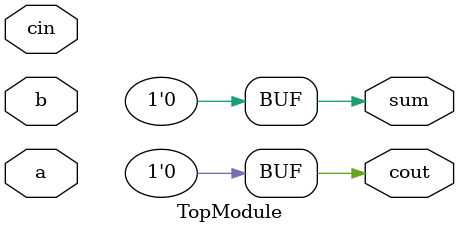
<source format=v>
module TopModule (
  input a,
  input b,
  input cin,
  output cout,
  output sum
);

  // Module body - leave empty or add minimal initialization
  assign sum = 0; // Example: initialize sum to 0
  assign cout = 0; // Example: initialize cout to 0

endmodule
</source>
